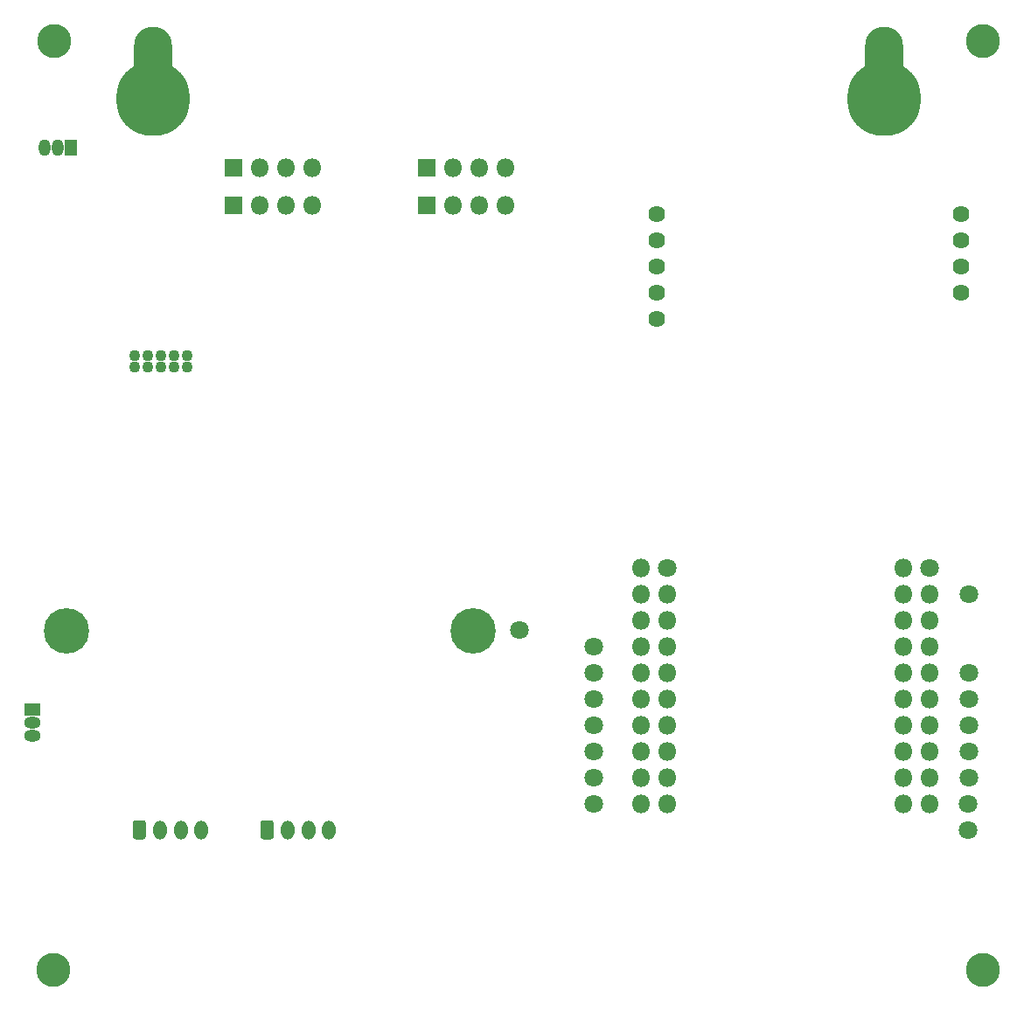
<source format=gbr>
%TF.GenerationSoftware,KiCad,Pcbnew,(5.1.6-0-10_14)*%
%TF.CreationDate,2020-09-22T10:55:38+02:00*%
%TF.ProjectId,airquality,61697271-7561-46c6-9974-792e6b696361,rev?*%
%TF.SameCoordinates,Original*%
%TF.FileFunction,Soldermask,Bot*%
%TF.FilePolarity,Negative*%
%FSLAX46Y46*%
G04 Gerber Fmt 4.6, Leading zero omitted, Abs format (unit mm)*
G04 Created by KiCad (PCBNEW (5.1.6-0-10_14)) date 2020-09-22 10:55:38*
%MOMM*%
%LPD*%
G01*
G04 APERTURE LIST*
%ADD10C,1.100000*%
%ADD11C,3.300000*%
%ADD12C,1.800000*%
%ADD13C,4.400000*%
%ADD14O,7.200000X7.200000*%
%ADD15O,3.700000X7.200000*%
%ADD16O,1.800000X1.800000*%
%ADD17R,1.800000X1.800000*%
%ADD18R,1.600000X1.150000*%
%ADD19O,1.600000X1.150000*%
%ADD20O,1.300000X1.850000*%
%ADD21R,1.150000X1.600000*%
%ADD22O,1.150000X1.600000*%
%ADD23C,1.624000*%
G04 APERTURE END LIST*
D10*
%TO.C,U1*%
X108435500Y-83591000D03*
X109705500Y-83591000D03*
X110975500Y-83591000D03*
X112245500Y-83591000D03*
X113515500Y-83591000D03*
X113515500Y-82431000D03*
X112245500Y-82431000D03*
X110975500Y-82431000D03*
X109705500Y-82431000D03*
X108435500Y-82431000D03*
%TD*%
D11*
%TO.C,H8*%
X100584000Y-141986000D03*
%TD*%
%TO.C,H7*%
X190563500Y-52006500D03*
%TD*%
%TO.C,H6*%
X190563500Y-141986000D03*
%TD*%
%TO.C,H5*%
X100647500Y-52006500D03*
%TD*%
D12*
%TO.C,J22*%
X189166500Y-118249700D03*
%TD*%
D13*
%TO.C,H2*%
X141160500Y-109156500D03*
%TD*%
%TO.C,H1*%
X101790500Y-109156500D03*
%TD*%
D14*
%TO.C,H4*%
X110172500Y-57594500D03*
D15*
X110172500Y-54165500D03*
%TD*%
D14*
%TO.C,H3*%
X180975000Y-57594500D03*
D15*
X180975000Y-54165500D03*
%TD*%
D12*
%TO.C,J25*%
X145669000Y-109093000D03*
%TD*%
%TO.C,J14*%
X189141100Y-125907800D03*
%TD*%
%TO.C,J15*%
X189141100Y-128460500D03*
%TD*%
%TO.C,J4*%
X189166500Y-115709700D03*
%TD*%
%TO.C,J3*%
X189166500Y-113169700D03*
%TD*%
D16*
%TO.C,J23*%
X144310100Y-64249300D03*
X141770100Y-64249300D03*
X139230100Y-64249300D03*
D17*
X136690100Y-64249300D03*
%TD*%
D16*
%TO.C,J24*%
X125641100Y-64249300D03*
X123101100Y-64249300D03*
X120561100Y-64249300D03*
D17*
X118021100Y-64249300D03*
%TD*%
D12*
%TO.C,J16*%
X189166500Y-120789700D03*
%TD*%
%TO.C,J13*%
X189166500Y-123329700D03*
%TD*%
%TO.C,J11*%
X152882600Y-115709700D03*
%TD*%
%TO.C,J10*%
X152882600Y-120789700D03*
%TD*%
%TO.C,J9*%
X152882600Y-113169700D03*
%TD*%
%TO.C,J8*%
X152882600Y-123329700D03*
%TD*%
%TO.C,J7*%
X152882600Y-110629700D03*
%TD*%
%TO.C,J6*%
X152882600Y-125869700D03*
%TD*%
%TO.C,J5*%
X152882600Y-118249700D03*
%TD*%
%TO.C,J2*%
X189166500Y-105549700D03*
%TD*%
D18*
%TO.C,U3*%
X98552000Y-116776500D03*
D19*
X98552000Y-119316500D03*
X98552000Y-118046500D03*
%TD*%
D20*
%TO.C,J21*%
X127246900Y-128409700D03*
X125246900Y-128409700D03*
X123246900Y-128409700D03*
G36*
G01*
X120596900Y-129063868D02*
X120596900Y-127755532D01*
G75*
G02*
X120867732Y-127484700I270832J0D01*
G01*
X121626068Y-127484700D01*
G75*
G02*
X121896900Y-127755532I0J-270832D01*
G01*
X121896900Y-129063868D01*
G75*
G02*
X121626068Y-129334700I-270832J0D01*
G01*
X120867732Y-129334700D01*
G75*
G02*
X120596900Y-129063868I0J270832D01*
G01*
G37*
%TD*%
D16*
%TO.C,J19*%
X125641100Y-67868800D03*
X123101100Y-67868800D03*
X120561100Y-67868800D03*
D17*
X118021100Y-67868800D03*
%TD*%
D21*
%TO.C,U2*%
X102273100Y-62318900D03*
D22*
X99733100Y-62318900D03*
X101003100Y-62318900D03*
%TD*%
D16*
%TO.C,J18*%
X144310100Y-67932300D03*
X141770100Y-67932300D03*
X139230100Y-67932300D03*
D17*
X136690100Y-67932300D03*
%TD*%
D20*
%TO.C,J20*%
X114877100Y-128409700D03*
X112877100Y-128409700D03*
X110877100Y-128409700D03*
G36*
G01*
X108227100Y-129063868D02*
X108227100Y-127755532D01*
G75*
G02*
X108497932Y-127484700I270832J0D01*
G01*
X109256268Y-127484700D01*
G75*
G02*
X109527100Y-127755532I0J-270832D01*
G01*
X109527100Y-129063868D01*
G75*
G02*
X109256268Y-129334700I-270832J0D01*
G01*
X108497932Y-129334700D01*
G75*
G02*
X108227100Y-129063868I0J270832D01*
G01*
G37*
%TD*%
D16*
%TO.C,J12*%
X182841900Y-125869700D03*
X185381900Y-125869700D03*
X182841900Y-123329700D03*
X185381900Y-123329700D03*
X182841900Y-120789700D03*
X185381900Y-120789700D03*
X182841900Y-118249700D03*
X185381900Y-118249700D03*
X182841900Y-115709700D03*
X185381900Y-115709700D03*
X182841900Y-113169700D03*
X185381900Y-113169700D03*
X182841900Y-110629700D03*
X185381900Y-110629700D03*
X182841900Y-108089700D03*
X185381900Y-108089700D03*
X182841900Y-105549700D03*
X185381900Y-105549700D03*
X182841900Y-103009700D03*
D12*
X185381900Y-103009700D03*
%TD*%
D16*
%TO.C,J1*%
X157441900Y-125869700D03*
X159981900Y-125869700D03*
X157441900Y-123329700D03*
X159981900Y-123329700D03*
X157441900Y-120789700D03*
X159981900Y-120789700D03*
X157441900Y-118249700D03*
X159981900Y-118249700D03*
X157441900Y-115709700D03*
X159981900Y-115709700D03*
X157441900Y-113169700D03*
X159981900Y-113169700D03*
X157441900Y-110629700D03*
X159981900Y-110629700D03*
X157441900Y-108089700D03*
X159981900Y-108089700D03*
X157441900Y-105549700D03*
X159981900Y-105549700D03*
X157441900Y-103009700D03*
D12*
X159981900Y-103009700D03*
%TD*%
D23*
%TO.C,J17*%
X158942100Y-78917800D03*
X158942100Y-76377800D03*
X158942100Y-73837800D03*
X158942100Y-71297800D03*
X158942100Y-68757800D03*
X188427100Y-76377800D03*
X188427100Y-73837800D03*
X188427100Y-71297800D03*
X188427100Y-68757800D03*
%TD*%
M02*

</source>
